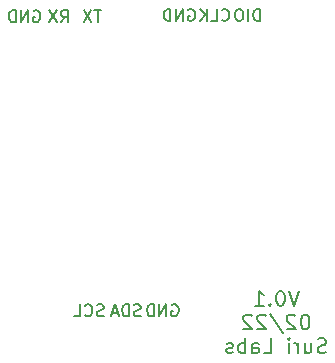
<source format=gbr>
%TF.GenerationSoftware,KiCad,Pcbnew,(6.0.1)*%
%TF.CreationDate,2022-02-23T01:52:36+01:00*%
%TF.ProjectId,stm32myPill,73746d33-326d-4795-9069-6c6c2e6b6963,rev?*%
%TF.SameCoordinates,Original*%
%TF.FileFunction,Legend,Bot*%
%TF.FilePolarity,Positive*%
%FSLAX46Y46*%
G04 Gerber Fmt 4.6, Leading zero omitted, Abs format (unit mm)*
G04 Created by KiCad (PCBNEW (6.0.1)) date 2022-02-23 01:52:36*
%MOMM*%
%LPD*%
G01*
G04 APERTURE LIST*
%ADD10C,0.150000*%
%ADD11C,0.200000*%
G04 APERTURE END LIST*
D10*
X102261904Y-92000000D02*
X102357142Y-91952380D01*
X102500000Y-91952380D01*
X102642857Y-92000000D01*
X102738095Y-92095238D01*
X102785714Y-92190476D01*
X102833333Y-92380952D01*
X102833333Y-92523809D01*
X102785714Y-92714285D01*
X102738095Y-92809523D01*
X102642857Y-92904761D01*
X102500000Y-92952380D01*
X102404761Y-92952380D01*
X102261904Y-92904761D01*
X102214285Y-92857142D01*
X102214285Y-92523809D01*
X102404761Y-92523809D01*
X101785714Y-92952380D02*
X101785714Y-91952380D01*
X101214285Y-92952380D01*
X101214285Y-91952380D01*
X100738095Y-92952380D02*
X100738095Y-91952380D01*
X100500000Y-91952380D01*
X100357142Y-92000000D01*
X100261904Y-92095238D01*
X100214285Y-92190476D01*
X100166666Y-92380952D01*
X100166666Y-92523809D01*
X100214285Y-92714285D01*
X100261904Y-92809523D01*
X100357142Y-92904761D01*
X100500000Y-92952380D01*
X100738095Y-92952380D01*
X96490476Y-92904761D02*
X96347619Y-92952380D01*
X96109523Y-92952380D01*
X96014285Y-92904761D01*
X95966666Y-92857142D01*
X95919047Y-92761904D01*
X95919047Y-92666666D01*
X95966666Y-92571428D01*
X96014285Y-92523809D01*
X96109523Y-92476190D01*
X96300000Y-92428571D01*
X96395238Y-92380952D01*
X96442857Y-92333333D01*
X96490476Y-92238095D01*
X96490476Y-92142857D01*
X96442857Y-92047619D01*
X96395238Y-92000000D01*
X96300000Y-91952380D01*
X96061904Y-91952380D01*
X95919047Y-92000000D01*
X94919047Y-92857142D02*
X94966666Y-92904761D01*
X95109523Y-92952380D01*
X95204761Y-92952380D01*
X95347619Y-92904761D01*
X95442857Y-92809523D01*
X95490476Y-92714285D01*
X95538095Y-92523809D01*
X95538095Y-92380952D01*
X95490476Y-92190476D01*
X95442857Y-92095238D01*
X95347619Y-92000000D01*
X95204761Y-91952380D01*
X95109523Y-91952380D01*
X94966666Y-92000000D01*
X94919047Y-92047619D01*
X94014285Y-92952380D02*
X94490476Y-92952380D01*
X94490476Y-91952380D01*
X96261904Y-67052380D02*
X95690476Y-67052380D01*
X95976190Y-68052380D02*
X95976190Y-67052380D01*
X95452380Y-67052380D02*
X94785714Y-68052380D01*
X94785714Y-67052380D02*
X95452380Y-68052380D01*
X103661904Y-67000000D02*
X103757142Y-66952380D01*
X103900000Y-66952380D01*
X104042857Y-67000000D01*
X104138095Y-67095238D01*
X104185714Y-67190476D01*
X104233333Y-67380952D01*
X104233333Y-67523809D01*
X104185714Y-67714285D01*
X104138095Y-67809523D01*
X104042857Y-67904761D01*
X103900000Y-67952380D01*
X103804761Y-67952380D01*
X103661904Y-67904761D01*
X103614285Y-67857142D01*
X103614285Y-67523809D01*
X103804761Y-67523809D01*
X103185714Y-67952380D02*
X103185714Y-66952380D01*
X102614285Y-67952380D01*
X102614285Y-66952380D01*
X102138095Y-67952380D02*
X102138095Y-66952380D01*
X101900000Y-66952380D01*
X101757142Y-67000000D01*
X101661904Y-67095238D01*
X101614285Y-67190476D01*
X101566666Y-67380952D01*
X101566666Y-67523809D01*
X101614285Y-67714285D01*
X101661904Y-67809523D01*
X101757142Y-67904761D01*
X101900000Y-67952380D01*
X102138095Y-67952380D01*
X90561904Y-67100000D02*
X90657142Y-67052380D01*
X90800000Y-67052380D01*
X90942857Y-67100000D01*
X91038095Y-67195238D01*
X91085714Y-67290476D01*
X91133333Y-67480952D01*
X91133333Y-67623809D01*
X91085714Y-67814285D01*
X91038095Y-67909523D01*
X90942857Y-68004761D01*
X90800000Y-68052380D01*
X90704761Y-68052380D01*
X90561904Y-68004761D01*
X90514285Y-67957142D01*
X90514285Y-67623809D01*
X90704761Y-67623809D01*
X90085714Y-68052380D02*
X90085714Y-67052380D01*
X89514285Y-68052380D01*
X89514285Y-67052380D01*
X89038095Y-68052380D02*
X89038095Y-67052380D01*
X88800000Y-67052380D01*
X88657142Y-67100000D01*
X88561904Y-67195238D01*
X88514285Y-67290476D01*
X88466666Y-67480952D01*
X88466666Y-67623809D01*
X88514285Y-67814285D01*
X88561904Y-67909523D01*
X88657142Y-68004761D01*
X88800000Y-68052380D01*
X89038095Y-68052380D01*
X99614285Y-92904761D02*
X99471428Y-92952380D01*
X99233333Y-92952380D01*
X99138095Y-92904761D01*
X99090476Y-92857142D01*
X99042857Y-92761904D01*
X99042857Y-92666666D01*
X99090476Y-92571428D01*
X99138095Y-92523809D01*
X99233333Y-92476190D01*
X99423809Y-92428571D01*
X99519047Y-92380952D01*
X99566666Y-92333333D01*
X99614285Y-92238095D01*
X99614285Y-92142857D01*
X99566666Y-92047619D01*
X99519047Y-92000000D01*
X99423809Y-91952380D01*
X99185714Y-91952380D01*
X99042857Y-92000000D01*
X98614285Y-92952380D02*
X98614285Y-91952380D01*
X98376190Y-91952380D01*
X98233333Y-92000000D01*
X98138095Y-92095238D01*
X98090476Y-92190476D01*
X98042857Y-92380952D01*
X98042857Y-92523809D01*
X98090476Y-92714285D01*
X98138095Y-92809523D01*
X98233333Y-92904761D01*
X98376190Y-92952380D01*
X98614285Y-92952380D01*
X97661904Y-92666666D02*
X97185714Y-92666666D01*
X97757142Y-92952380D02*
X97423809Y-91952380D01*
X97090476Y-92952380D01*
X106495238Y-67857142D02*
X106542857Y-67904761D01*
X106685714Y-67952380D01*
X106780952Y-67952380D01*
X106923809Y-67904761D01*
X107019047Y-67809523D01*
X107066666Y-67714285D01*
X107114285Y-67523809D01*
X107114285Y-67380952D01*
X107066666Y-67190476D01*
X107019047Y-67095238D01*
X106923809Y-67000000D01*
X106780952Y-66952380D01*
X106685714Y-66952380D01*
X106542857Y-67000000D01*
X106495238Y-67047619D01*
X105590476Y-67952380D02*
X106066666Y-67952380D01*
X106066666Y-66952380D01*
X105257142Y-67952380D02*
X105257142Y-66952380D01*
X104685714Y-67952380D02*
X105114285Y-67380952D01*
X104685714Y-66952380D02*
X105257142Y-67523809D01*
X109723809Y-67952380D02*
X109723809Y-66952380D01*
X109485714Y-66952380D01*
X109342857Y-67000000D01*
X109247619Y-67095238D01*
X109200000Y-67190476D01*
X109152380Y-67380952D01*
X109152380Y-67523809D01*
X109200000Y-67714285D01*
X109247619Y-67809523D01*
X109342857Y-67904761D01*
X109485714Y-67952380D01*
X109723809Y-67952380D01*
X108723809Y-67952380D02*
X108723809Y-66952380D01*
X108057142Y-66952380D02*
X107866666Y-66952380D01*
X107771428Y-67000000D01*
X107676190Y-67095238D01*
X107628571Y-67285714D01*
X107628571Y-67619047D01*
X107676190Y-67809523D01*
X107771428Y-67904761D01*
X107866666Y-67952380D01*
X108057142Y-67952380D01*
X108152380Y-67904761D01*
X108247619Y-67809523D01*
X108295238Y-67619047D01*
X108295238Y-67285714D01*
X108247619Y-67095238D01*
X108152380Y-67000000D01*
X108057142Y-66952380D01*
X92866666Y-68052380D02*
X93200000Y-67576190D01*
X93438095Y-68052380D02*
X93438095Y-67052380D01*
X93057142Y-67052380D01*
X92961904Y-67100000D01*
X92914285Y-67147619D01*
X92866666Y-67242857D01*
X92866666Y-67385714D01*
X92914285Y-67480952D01*
X92961904Y-67528571D01*
X93057142Y-67576190D01*
X93438095Y-67576190D01*
X92533333Y-67052380D02*
X91866666Y-68052380D01*
X91866666Y-67052380D02*
X92533333Y-68052380D01*
D11*
X113004761Y-90802976D02*
X112588095Y-92052976D01*
X112171428Y-90802976D01*
X111516666Y-90802976D02*
X111397619Y-90802976D01*
X111278571Y-90862500D01*
X111219047Y-90922023D01*
X111159523Y-91041071D01*
X111100000Y-91279166D01*
X111100000Y-91576785D01*
X111159523Y-91814880D01*
X111219047Y-91933928D01*
X111278571Y-91993452D01*
X111397619Y-92052976D01*
X111516666Y-92052976D01*
X111635714Y-91993452D01*
X111695238Y-91933928D01*
X111754761Y-91814880D01*
X111814285Y-91576785D01*
X111814285Y-91279166D01*
X111754761Y-91041071D01*
X111695238Y-90922023D01*
X111635714Y-90862500D01*
X111516666Y-90802976D01*
X110564285Y-91933928D02*
X110504761Y-91993452D01*
X110564285Y-92052976D01*
X110623809Y-91993452D01*
X110564285Y-91933928D01*
X110564285Y-92052976D01*
X109314285Y-92052976D02*
X110028571Y-92052976D01*
X109671428Y-92052976D02*
X109671428Y-90802976D01*
X109790476Y-90981547D01*
X109909523Y-91100595D01*
X110028571Y-91160119D01*
X113600000Y-92815476D02*
X113480952Y-92815476D01*
X113361904Y-92875000D01*
X113302380Y-92934523D01*
X113242857Y-93053571D01*
X113183333Y-93291666D01*
X113183333Y-93589285D01*
X113242857Y-93827380D01*
X113302380Y-93946428D01*
X113361904Y-94005952D01*
X113480952Y-94065476D01*
X113600000Y-94065476D01*
X113719047Y-94005952D01*
X113778571Y-93946428D01*
X113838095Y-93827380D01*
X113897619Y-93589285D01*
X113897619Y-93291666D01*
X113838095Y-93053571D01*
X113778571Y-92934523D01*
X113719047Y-92875000D01*
X113600000Y-92815476D01*
X112707142Y-92934523D02*
X112647619Y-92875000D01*
X112528571Y-92815476D01*
X112230952Y-92815476D01*
X112111904Y-92875000D01*
X112052380Y-92934523D01*
X111992857Y-93053571D01*
X111992857Y-93172619D01*
X112052380Y-93351190D01*
X112766666Y-94065476D01*
X111992857Y-94065476D01*
X110564285Y-92755952D02*
X111635714Y-94363095D01*
X110207142Y-92934523D02*
X110147619Y-92875000D01*
X110028571Y-92815476D01*
X109730952Y-92815476D01*
X109611904Y-92875000D01*
X109552380Y-92934523D01*
X109492857Y-93053571D01*
X109492857Y-93172619D01*
X109552380Y-93351190D01*
X110266666Y-94065476D01*
X109492857Y-94065476D01*
X109016666Y-92934523D02*
X108957142Y-92875000D01*
X108838095Y-92815476D01*
X108540476Y-92815476D01*
X108421428Y-92875000D01*
X108361904Y-92934523D01*
X108302380Y-93053571D01*
X108302380Y-93172619D01*
X108361904Y-93351190D01*
X109076190Y-94065476D01*
X108302380Y-94065476D01*
X115326190Y-96018452D02*
X115147619Y-96077976D01*
X114850000Y-96077976D01*
X114730952Y-96018452D01*
X114671428Y-95958928D01*
X114611904Y-95839880D01*
X114611904Y-95720833D01*
X114671428Y-95601785D01*
X114730952Y-95542261D01*
X114850000Y-95482738D01*
X115088095Y-95423214D01*
X115207142Y-95363690D01*
X115266666Y-95304166D01*
X115326190Y-95185119D01*
X115326190Y-95066071D01*
X115266666Y-94947023D01*
X115207142Y-94887500D01*
X115088095Y-94827976D01*
X114790476Y-94827976D01*
X114611904Y-94887500D01*
X113540476Y-95244642D02*
X113540476Y-96077976D01*
X114076190Y-95244642D02*
X114076190Y-95899404D01*
X114016666Y-96018452D01*
X113897619Y-96077976D01*
X113719047Y-96077976D01*
X113600000Y-96018452D01*
X113540476Y-95958928D01*
X112945238Y-96077976D02*
X112945238Y-95244642D01*
X112945238Y-95482738D02*
X112885714Y-95363690D01*
X112826190Y-95304166D01*
X112707142Y-95244642D01*
X112588095Y-95244642D01*
X112171428Y-96077976D02*
X112171428Y-95244642D01*
X112171428Y-94827976D02*
X112230952Y-94887500D01*
X112171428Y-94947023D01*
X112111904Y-94887500D01*
X112171428Y-94827976D01*
X112171428Y-94947023D01*
X110028571Y-96077976D02*
X110623809Y-96077976D01*
X110623809Y-94827976D01*
X109076190Y-96077976D02*
X109076190Y-95423214D01*
X109135714Y-95304166D01*
X109254761Y-95244642D01*
X109492857Y-95244642D01*
X109611904Y-95304166D01*
X109076190Y-96018452D02*
X109195238Y-96077976D01*
X109492857Y-96077976D01*
X109611904Y-96018452D01*
X109671428Y-95899404D01*
X109671428Y-95780357D01*
X109611904Y-95661309D01*
X109492857Y-95601785D01*
X109195238Y-95601785D01*
X109076190Y-95542261D01*
X108480952Y-96077976D02*
X108480952Y-94827976D01*
X108480952Y-95304166D02*
X108361904Y-95244642D01*
X108123809Y-95244642D01*
X108004761Y-95304166D01*
X107945238Y-95363690D01*
X107885714Y-95482738D01*
X107885714Y-95839880D01*
X107945238Y-95958928D01*
X108004761Y-96018452D01*
X108123809Y-96077976D01*
X108361904Y-96077976D01*
X108480952Y-96018452D01*
X107409523Y-96018452D02*
X107290476Y-96077976D01*
X107052380Y-96077976D01*
X106933333Y-96018452D01*
X106873809Y-95899404D01*
X106873809Y-95839880D01*
X106933333Y-95720833D01*
X107052380Y-95661309D01*
X107230952Y-95661309D01*
X107350000Y-95601785D01*
X107409523Y-95482738D01*
X107409523Y-95423214D01*
X107350000Y-95304166D01*
X107230952Y-95244642D01*
X107052380Y-95244642D01*
X106933333Y-95304166D01*
M02*

</source>
